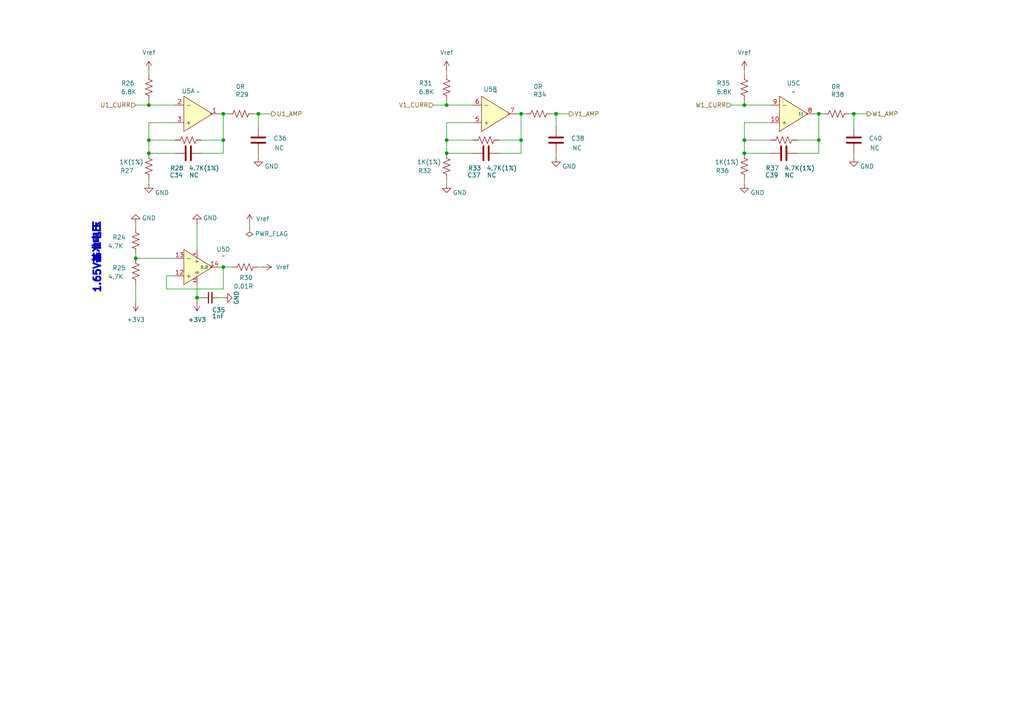
<source format=kicad_sch>
(kicad_sch (version 20250114) (generator "eeschema") (generator_version "9.0")
  (paper "A4")
  (lib_symbols
    (symbol "Device:C" (pin_numbers (hide yes)) (pin_names (offset 0.254))
      (property "Reference" "C" (at 0.635 2.54 0))
      (property "Value" "C" (at 0.635 -2.54 0))
      (symbol "C_0_1"
        (polyline (pts (xy -2.032 0.762) (xy 2.032 0.762)) (stroke (width 0.508)))
        (polyline (pts (xy -2.032 -0.762) (xy 2.032 -0.762)) (stroke (width 0.508)))
      )
      (symbol "C_1_1"
        (pin passive line (at 0 3.81 270) (length 2.794) (name "~") (number "1"))
        (pin passive line (at 0 -3.81 90) (length 2.794) (name "~") (number "2"))
      )
    )
    (symbol "Device:C_Small" (pin_numbers (hide yes)) (pin_names (offset 0.254) (hide yes))
      (property "Reference" "C" (at 0.254 1.778 0))
      (property "Value" "C_Small" (at 0.254 -2.032 0))
      (symbol "C_Small_0_1"
        (polyline (pts (xy -1.524 0.508) (xy 1.524 0.508)) (stroke (width 0.3048)))
        (polyline (pts (xy -1.524 -0.508) (xy 1.524 -0.508)) (stroke (width 0.3302)))
      )
      (symbol "C_Small_1_1"
        (pin passive line (at 0 2.54 270) (length 2.032) (name "~") (number "1"))
        (pin passive line (at 0 -2.54 90) (length 2.032) (name "~") (number "2"))
      )
    )
    (symbol "Device:R_US" (pin_numbers (hide yes)) (pin_names (offset 0))
      (property "Reference" "R" (at 2.54 0 90))
      (property "Value" "R_US" (at -2.54 0 90))
      (symbol "R_US_0_1"
        (polyline (pts (xy 0 2.286) (xy 0 2.54)))
        (polyline (pts (xy 0 2.286) (xy 1.016 1.905) (xy 0 1.524) (xy -1.016 1.143) (xy 0 0.762)))
        (polyline (pts (xy 0 0.762) (xy 1.016 0.381) (xy 0 0) (xy -1.016 -0.381) (xy 0 -0.762)))
        (polyline (pts (xy 0 -0.762) (xy 1.016 -1.143) (xy 0 -1.524) (xy -1.016 -1.905) (xy 0 -2.286)))
        (polyline (pts (xy 0 -2.286) (xy 0 -2.54)))
      )
      (symbol "R_US_1_1"
        (pin passive line (at 0 3.81 270) (length 1.27) (name "~") (number "1"))
        (pin passive line (at 0 -3.81 90) (length 1.27) (name "~") (number "2"))
      )
    )
    (symbol "User_Driver:LMV324IDT"
      (property "Reference" "U" (at -5.842 -11.176 0))
      (symbol "LMV324IDT_0_1"
        (polyline (pts (xy 0 0) (xy 8.255 -5.08) (xy 0 -10.16) (xy 0 0)) (stroke (width 0.1524)) (fill (type background)))
      )
      (symbol "LMV324IDT_1_1"
        (pin input line (at -2.54 -2.54 0) (length 2.54) (name "-") (number "2"))
        (pin input line (at -2.54 -7.62 0) (length 2.54) (name "+") (number "3"))
        (pin output line (at 10.16 -5.08 180) (length 2.54) (name "") (number "1"))
      )
      (symbol "LMV324IDT_2_1"
        (pin input line (at -2.54 -2.54 0) (length 2.54) (name "-") (number "6"))
        (pin input line (at -2.54 -7.62 0) (length 2.54) (name "+") (number "5"))
        (pin output line (at 10.16 -5.08 180) (length 2.54) (name "") (number "7"))
      )
      (symbol "LMV324IDT_3_1"
        (pin input line (at -2.54 -2.54 0) (length 2.54) (name "-") (number "9"))
        (pin input line (at -2.54 -7.62 0) (length 2.54) (name "+") (number "10"))
        (pin output line (at 10.16 -5.08 180) (length 2.54) (name "11") (number "8"))
      )
      (symbol "LMV324IDT_4_1"
        (pin input line (at -2.54 -2.54 0) (length 2.54) (name "-") (number "13"))
        (pin input line (at -2.54 -7.62 0) (length 2.54) (name "+") (number "12"))
        (pin input line (at 3.81 0 270) (length 2.54) (name "V") (number "4"))
        (pin input line (at 3.81 -10.16 90) (length 2.54) (name "G") (number "11"))
        (pin output line (at 10.16 -5.08 180) (length 2.54) (name "D_O") (number "14"))
      )
    )
    (symbol "power:+3.3V" (power) (pin_numbers (hide yes)) (pin_names (offset 0) (hide yes))
      (property "Value" "+3.3V" (at 0 3.556 0))
      (symbol "+3.3V_0_1"
        (polyline (pts (xy -0.762 1.27) (xy 0 2.54)))
        (polyline (pts (xy 0 2.54) (xy 0.762 1.27)))
        (polyline (pts (xy 0 0) (xy 0 2.54)))
      )
      (symbol "+3.3V_1_1"
        (pin power_in line (at 0 0 90) (length 0) (name "~") (number "1"))
      )
    )
    (symbol "power:GND" (power) (pin_numbers (hide yes)) (pin_names (offset 0) (hide yes))
      (property "Value" "GND" (at 0 -3.81 0))
      (symbol "GND_0_1"
        (polyline (pts (xy 0 0) (xy 0 -1.27) (xy 1.27 -1.27) (xy 0 -2.54) (xy -1.27 -1.27) (xy 0 -1.27)))
      )
      (symbol "GND_1_1"
        (pin power_in line (at 0 0 270) (length 0) (name "~") (number "1"))
      )
    )
    (symbol "power:PWR_FLAG" (power) (pin_numbers (hide yes)) (pin_names (offset 0) (hide yes))
      (property "Value" "PWR_FLAG" (at 0 3.81 0))
      (symbol "PWR_FLAG_0_0"
        (pin power_out line (at 0 0 90) (length 0) (name "~") (number "1"))
      )
      (symbol "PWR_FLAG_0_1"
        (polyline (pts (xy 0 0) (xy 0 1.27) (xy -1.016 1.905) (xy 0 2.54) (xy 1.016 1.905) (xy 0 1.27)))
      )
    )
    (symbol "power:VAA" (power) (pin_numbers (hide yes)) (pin_names (offset 0) (hide yes))
      (property "Value" "VAA" (at 0 3.556 0))
      (symbol "VAA_0_1"
        (polyline (pts (xy -0.762 1.27) (xy 0 2.54)))
        (polyline (pts (xy 0 2.54) (xy 0.762 1.27)))
        (polyline (pts (xy 0 0) (xy 0 2.54)))
      )
      (symbol "VAA_1_1"
        (pin power_in line (at 0 0 90) (length 0) (name "~") (number "1"))
      )
    )
  )
  (text "1.65V基准电压" (at 28.194 74.676 90) (effects (font (size 2.032 2.032) (thickness 1.016) (bold yes))))
  (junction (at 161.29 33.02))
  (junction (at 129.54 44.45))
  (junction (at 215.9 40.64))
  (junction (at 74.93 33.02))
  (junction (at 64.77 40.64))
  (junction (at 129.54 40.64))
  (junction (at 129.54 30.48))
  (junction (at 237.49 33.02))
  (junction (at 215.9 44.45))
  (junction (at 64.77 33.02))
  (junction (at 247.65 33.02))
  (junction (at 215.9 30.48))
  (junction (at 151.13 40.64))
  (junction (at 39.37 74.93))
  (junction (at 57.15 86.36))
  (junction (at 237.49 40.64))
  (junction (at 151.13 33.02))
  (junction (at 43.18 30.48))
  (junction (at 43.18 40.64))
  (junction (at 43.18 44.45))
  (junction (at 64.77 77.47))
  (wire (pts (xy 64.77 33.02) (xy 66.04 33.02)))
  (wire (pts (xy 50.8 35.56) (xy 43.18 35.56)))
  (wire (pts (xy 43.18 29.21) (xy 43.18 30.48)))
  (wire (pts (xy 64.77 40.64) (xy 64.77 44.45)))
  (wire (pts (xy 215.9 40.64) (xy 223.52 40.64)))
  (wire (pts (xy 74.93 33.02) (xy 74.93 36.83)))
  (wire (pts (xy 57.15 86.36) (xy 57.15 87.63)))
  (wire (pts (xy 48.26 80.01) (xy 48.26 83.82)))
  (wire (pts (xy 43.18 35.56) (xy 43.18 40.64)))
  (wire (pts (xy 64.77 77.47) (xy 67.31 77.47)))
  (wire (pts (xy 161.29 33.02) (xy 165.1 33.02)))
  (wire (pts (xy 129.54 52.07) (xy 129.54 53.34)))
  (wire (pts (xy 161.29 33.02) (xy 161.29 36.83)))
  (wire (pts (xy 212.09 30.48) (xy 215.9 30.48)))
  (wire (pts (xy 58.42 40.64) (xy 64.77 40.64)))
  (wire (pts (xy 129.54 40.64) (xy 137.16 40.64)))
  (wire (pts (xy 129.54 35.56) (xy 129.54 40.64)))
  (wire (pts (xy 57.15 86.36) (xy 58.42 86.36)))
  (wire (pts (xy 64.77 44.45) (xy 58.42 44.45)))
  (wire (pts (xy 237.49 33.02) (xy 238.76 33.02)))
  (wire (pts (xy 223.52 35.56) (xy 215.9 35.56)))
  (wire (pts (xy 43.18 52.07) (xy 43.18 53.34)))
  (wire (pts (xy 39.37 82.55) (xy 39.37 87.63)))
  (wire (pts (xy 72.39 64.77) (xy 72.39 66.04)))
  (wire (pts (xy 129.54 29.21) (xy 129.54 30.48)))
  (wire (pts (xy 231.14 40.64) (xy 237.49 40.64)))
  (wire (pts (xy 57.15 82.55) (xy 57.15 86.36)))
  (wire (pts (xy 64.77 40.64) (xy 64.77 33.02)))
  (wire (pts (xy 215.9 40.64) (xy 215.9 44.45)))
  (wire (pts (xy 247.65 33.02) (xy 251.46 33.02)))
  (wire (pts (xy 215.9 44.45) (xy 223.52 44.45)))
  (wire (pts (xy 50.8 80.01) (xy 48.26 80.01)))
  (wire (pts (xy 247.65 33.02) (xy 247.65 36.83)))
  (wire (pts (xy 39.37 64.77) (xy 39.37 66.04)))
  (wire (pts (xy 151.13 40.64) (xy 151.13 33.02)))
  (wire (pts (xy 39.37 30.48) (xy 43.18 30.48)))
  (wire (pts (xy 161.29 44.45) (xy 161.29 45.72)))
  (wire (pts (xy 237.49 40.64) (xy 237.49 44.45)))
  (wire (pts (xy 48.26 83.82) (xy 64.77 83.82)))
  (wire (pts (xy 247.65 44.45) (xy 247.65 45.72)))
  (wire (pts (xy 246.38 33.02) (xy 247.65 33.02)))
  (wire (pts (xy 43.18 44.45) (xy 50.8 44.45)))
  (wire (pts (xy 63.5 33.02) (xy 64.77 33.02)))
  (wire (pts (xy 125.73 30.48) (xy 129.54 30.48)))
  (wire (pts (xy 39.37 74.93) (xy 50.8 74.93)))
  (wire (pts (xy 57.15 64.77) (xy 57.15 72.39)))
  (wire (pts (xy 129.54 44.45) (xy 137.16 44.45)))
  (wire (pts (xy 64.77 77.47) (xy 64.77 83.82)))
  (wire (pts (xy 151.13 33.02) (xy 152.4 33.02)))
  (wire (pts (xy 151.13 40.64) (xy 151.13 44.45)))
  (wire (pts (xy 237.49 40.64) (xy 237.49 33.02)))
  (wire (pts (xy 237.49 44.45) (xy 231.14 44.45)))
  (wire (pts (xy 43.18 40.64) (xy 50.8 40.64)))
  (wire (pts (xy 73.66 33.02) (xy 74.93 33.02)))
  (wire (pts (xy 74.93 77.47) (xy 76.2 77.47)))
  (wire (pts (xy 137.16 35.56) (xy 129.54 35.56)))
  (wire (pts (xy 151.13 44.45) (xy 144.78 44.45)))
  (wire (pts (xy 149.86 33.02) (xy 151.13 33.02)))
  (wire (pts (xy 215.9 30.48) (xy 223.52 30.48)))
  (wire (pts (xy 63.5 86.36) (xy 64.77 86.36)))
  (wire (pts (xy 215.9 20.32) (xy 215.9 21.59)))
  (wire (pts (xy 74.93 33.02) (xy 78.74 33.02)))
  (wire (pts (xy 215.9 35.56) (xy 215.9 40.64)))
  (wire (pts (xy 39.37 73.66) (xy 39.37 74.93)))
  (wire (pts (xy 160.02 33.02) (xy 161.29 33.02)))
  (wire (pts (xy 129.54 20.32) (xy 129.54 21.59)))
  (wire (pts (xy 215.9 29.21) (xy 215.9 30.48)))
  (wire (pts (xy 74.93 44.45) (xy 74.93 45.72)))
  (wire (pts (xy 236.22 33.02) (xy 237.49 33.02)))
  (wire (pts (xy 43.18 30.48) (xy 50.8 30.48)))
  (wire (pts (xy 43.18 40.64) (xy 43.18 44.45)))
  (wire (pts (xy 63.5 77.47) (xy 64.77 77.47)))
  (wire (pts (xy 43.18 20.32) (xy 43.18 21.59)))
  (wire (pts (xy 144.78 40.64) (xy 151.13 40.64)))
  (wire (pts (xy 129.54 40.64) (xy 129.54 44.45)))
  (wire (pts (xy 215.9 52.07) (xy 215.9 53.34)))
  (wire (pts (xy 129.54 30.48) (xy 137.16 30.48)))
  (hierarchical_label "U1_AMP" (shape output) (at 78.74 33.02 0))
  (hierarchical_label "W1_AMP" (shape output) (at 251.46 33.02 0))
  (hierarchical_label "W1_CURR" (shape input) (at 212.09 30.48 180))
  (hierarchical_label "U1_CURR" (shape input) (at 39.37 30.48 180))
  (hierarchical_label "V1_CURR" (shape input) (at 125.73 30.48 180))
  (hierarchical_label "V1_AMP" (shape output) (at 165.1 33.02 0))
  (symbol (lib_id "Device:R_US") (at 39.37 69.85 180) (unit 1)
    (property "Reference" "R24" (at 34.544 68.834 0))
    (property "Value" "4.7K" (at 33.528 71.374 0))
    (property "Footprint" "Resistor_SMD:R_0603_1608Metric" (effects (hide yes)))
  )
  (symbol (lib_id "power:GND") (at 129.54 53.34 0) (unit 1)
    (property "Reference" "#PWR061" (effects (hide yes)))
    (property "Value" "GND" (at 133.35 55.88 0))
  )
  (symbol (lib_id "Device:R_US") (at 43.18 25.4 0) (unit 1)
    (property "Reference" "R26" (at 37.084 24.13 0))
    (property "Value" "6.8K" (at 37.338 26.67 0))
    (property "Footprint" "Resistor_SMD:R_0603_1608Metric" (effects (hide yes)))
  )
  (symbol (lib_id "User_Driver:LMV324IDT") (at 139.7 27.94 0) (unit 2)
    (property "Reference" "U5" (at 142.24 25.908 0))
    (property "Value" "~" (at 143.8275 26.67 0))
    (property "Footprint" "Package_SO:SSOP-14_5.3x6.2mm_P0.65mm" (effects (hide yes)))
  )
  (symbol (lib_id "Device:C_Small") (at 60.96 86.36 90) (mirror x) (unit 1)
    (property "Reference" "C35" (at 61.468 89.916 90) (effects (justify right)))
    (property "Value" "1nF" (at 61.468 91.694 90) (effects (justify right)))
    (property "Footprint" "Capacitor_SMD:C_0603_1608Metric" (effects (hide yes)))
  )
  (symbol (lib_id "User_Driver:LMV324IDT") (at 53.34 27.94 0) (unit 1)
    (property "Reference" "U5" (at 54.61 26.416 0))
    (property "Value" "~" (at 57.4675 26.67 0))
    (property "Footprint" "Package_SO:SSOP-14_5.3x6.2mm_P0.65mm" (effects (hide yes)))
  )
  (symbol (lib_id "power:VAA") (at 129.54 20.32 0) (unit 1)
    (property "Reference" "#PWR060" (effects (hide yes)))
    (property "Value" "Vref" (at 129.54 15.24 0))
    (property "Description" "Power symbol creates a global label with name \"VAA\"" (effects (hide yes)))
  )
  (symbol (lib_id "Device:R_US") (at 43.18 48.26 180) (unit 1)
    (property "Reference" "R27" (at 36.83 49.53 0))
    (property "Value" "1K(1%)" (at 38.1 46.99 0))
    (property "Footprint" "Resistor_SMD:R_0603_1608Metric" (effects (hide yes)))
  )
  (symbol (lib_id "Device:R_US") (at 129.54 48.26 180) (unit 1)
    (property "Reference" "R32" (at 123.19 49.53 0))
    (property "Value" "1K(1%)" (at 124.46 46.99 0))
    (property "Footprint" "Resistor_SMD:R_0603_1608Metric" (effects (hide yes)))
  )
  (symbol (lib_id "power:GND") (at 39.37 64.77 180) (unit 1)
    (property "Reference" "#PWR050" (effects (hide yes)))
    (property "Value" "GND" (at 43.18 63.246 0))
    (property "Description" "Power symbol creates a global label with name \"GND\" , ground" (effects (hide yes)))
  )
  (symbol (lib_id "Device:C") (at 54.61 44.45 90) (unit 1)
    (property "Reference" "C34" (at 53.086 50.8 90) (effects (justify left)))
    (property "Value" "NC" (at 57.658 50.8 90) (effects (justify left)))
    (property "Footprint" "Capacitor_SMD:C_0603_1608Metric" (effects (hide yes)))
  )
  (symbol (lib_id "Device:C") (at 140.97 44.45 90) (unit 1)
    (property "Reference" "C37" (at 139.446 50.8 90) (effects (justify left)))
    (property "Value" "NC" (at 144.018 50.8 90) (effects (justify left)))
    (property "Footprint" "Capacitor_SMD:C_0603_1608Metric" (effects (hide yes)))
  )
  (symbol (lib_id "power:GND") (at 64.77 86.36 90) (unit 1)
    (property "Reference" "#PWR056" (effects (hide yes)))
    (property "Value" "GND" (at 68.58 84.328 0) (effects (justify right)))
    (property "Description" "Power symbol creates a global label with name \"GND\" , ground" (effects (hide yes)))
  )
  (symbol (lib_id "Device:C") (at 74.93 40.64 180) (unit 1)
    (property "Reference" "C36" (at 83.185 40.132 0) (effects (justify left)))
    (property "Value" "NC" (at 82.423 42.926 0) (effects (justify left)))
    (property "Footprint" "Capacitor_SMD:C_0603_1608Metric" (effects (hide yes)))
  )
  (symbol (lib_id "power:GND") (at 43.18 53.34 0) (unit 1)
    (property "Reference" "#PWR053" (effects (hide yes)))
    (property "Value" "GND" (at 46.99 55.88 0))
  )
  (symbol (lib_id "User_Driver:LMV324IDT") (at 226.06 27.94 0) (unit 3)
    (property "Reference" "U5" (at 230.1875 24.13 0))
    (property "Value" "~" (at 230.1875 26.67 0))
    (property "Footprint" "Package_SO:SSOP-14_5.3x6.2mm_P0.65mm" (effects (hide yes)))
  )
  (symbol (lib_id "power:VAA") (at 215.9 20.32 0) (unit 1)
    (property "Reference" "#PWR063" (effects (hide yes)))
    (property "Value" "Vref" (at 215.9 15.24 0))
    (property "Description" "Power symbol creates a global label with name \"VAA\"" (effects (hide yes)))
  )
  (symbol (lib_id "Device:R_US") (at 156.21 33.02 90) (unit 1)
    (property "Reference" "R34" (at 156.591 27.432 90))
    (property "Value" "0R" (at 156.083 25.146 90))
    (property "Footprint" "Resistor_SMD:R_0603_1608Metric" (effects (hide yes)))
  )
  (symbol (lib_id "power:GND") (at 215.9 53.34 0) (unit 1)
    (property "Reference" "#PWR064" (effects (hide yes)))
    (property "Value" "GND" (at 219.71 55.88 0))
  )
  (symbol (lib_id "Device:C") (at 161.29 40.64 180) (unit 1)
    (property "Reference" "C38" (at 169.545 40.132 0) (effects (justify left)))
    (property "Value" "NC" (at 168.783 42.926 0) (effects (justify left)))
    (property "Footprint" "Capacitor_SMD:C_0603_1608Metric" (effects (hide yes)))
  )
  (symbol (lib_id "Device:R_US") (at 215.9 48.26 180) (unit 1)
    (property "Reference" "R36" (at 209.55 49.53 0))
    (property "Value" "1K(1%)" (at 210.82 46.99 0))
    (property "Footprint" "Resistor_SMD:R_0603_1608Metric" (effects (hide yes)))
  )
  (symbol (lib_id "User_Driver:LMV324IDT") (at 53.34 72.39 0) (unit 4)
    (property "Reference" "U5" (at 64.77 72.3198 0))
    (property "Value" "~" (at 64.77 74.2249 0))
    (property "Footprint" "Package_SO:SSOP-14_5.3x6.2mm_P0.65mm" (effects (hide yes)))
  )
  (symbol (lib_id "power:+3.3V") (at 57.15 87.63 0) (mirror x) (unit 1)
    (property "Reference" "#PWR055" (effects (hide yes)))
    (property "Value" "+3V3" (at 57.15 92.71 0))
    (property "Description" "Power symbol creates a global label with name \"+3.3V\"" (effects (hide yes)))
  )
  (symbol (lib_id "Device:C") (at 227.33 44.45 90) (unit 1)
    (property "Reference" "C39" (at 225.806 50.8 90) (effects (justify left)))
    (property "Value" "NC" (at 230.378 50.8 90) (effects (justify left)))
    (property "Footprint" "Capacitor_SMD:C_0603_1608Metric" (effects (hide yes)))
  )
  (symbol (lib_id "power:GND") (at 74.93 45.72 0) (unit 1)
    (property "Reference" "#PWR058" (effects (hide yes)))
    (property "Value" "GND" (at 78.74 48.26 0))
  )
  (symbol (lib_id "Device:R_US") (at 129.54 25.4 0) (unit 1)
    (property "Reference" "R31" (at 123.444 24.13 0))
    (property "Value" "6.8K" (at 123.698 26.67 0))
    (property "Footprint" "Resistor_SMD:R_0603_1608Metric" (effects (hide yes)))
  )
  (symbol (lib_id "power:VAA") (at 43.18 20.32 0) (unit 1)
    (property "Reference" "#PWR052" (effects (hide yes)))
    (property "Value" "Vref" (at 43.18 15.24 0))
    (property "Description" "Power symbol creates a global label with name \"VAA\"" (effects (hide yes)))
  )
  (symbol (lib_id "Device:R_US") (at 215.9 25.4 0) (unit 1)
    (property "Reference" "R35" (at 209.804 24.13 0))
    (property "Value" "6.8K" (at 210.058 26.67 0))
    (property "Footprint" "Resistor_SMD:R_0603_1608Metric" (effects (hide yes)))
  )
  (symbol (lib_id "power:GND") (at 161.29 45.72 0) (unit 1)
    (property "Reference" "#PWR062" (effects (hide yes)))
    (property "Value" "GND" (at 165.1 48.26 0))
  )
  (symbol (lib_id "Device:C") (at 247.65 40.64 180) (unit 1)
    (property "Reference" "C40" (at 255.905 40.132 0) (effects (justify left)))
    (property "Value" "NC" (at 255.143 42.926 0) (effects (justify left)))
    (property "Footprint" "Capacitor_SMD:C_0603_1608Metric" (effects (hide yes)))
  )
  (symbol (lib_id "Device:R_US") (at 39.37 78.74 180) (unit 1)
    (property "Reference" "R25" (at 34.544 77.724 0))
    (property "Value" "4.7K" (at 33.528 80.264 0))
    (property "Footprint" "Resistor_SMD:R_0603_1608Metric" (effects (hide yes)))
  )
  (symbol (lib_id "power:+3.3V") (at 39.37 87.63 0) (mirror x) (unit 1)
    (property "Reference" "#PWR051" (effects (hide yes)))
    (property "Value" "+3V3" (at 39.37 92.71 0))
    (property "Description" "Power symbol creates a global label with name \"+3.3V\"" (effects (hide yes)))
  )
  (symbol (lib_id "power:VAA") (at 72.39 64.77 0) (unit 1)
    (property "Reference" "#PWR057" (effects (hide yes)))
    (property "Value" "Vref" (at 76.2 63.5 0))
    (property "Description" "Power symbol creates a global label with name \"VAA\"" (effects (hide yes)))
  )
  (symbol (lib_id "Device:R_US") (at 140.97 40.64 90) (unit 1)
    (property "Reference" "R33" (at 137.668 48.768 90))
    (property "Value" "4.7K(1%)" (at 145.542 48.768 90))
    (property "Footprint" "Resistor_SMD:R_0603_1608Metric" (effects (hide yes)))
  )
  (symbol (lib_id "power:GND") (at 57.15 64.77 180) (unit 1)
    (property "Reference" "#PWR054" (effects (hide yes)))
    (property "Value" "GND" (at 60.96 63.246 0))
    (property "Description" "Power symbol creates a global label with name \"GND\" , ground" (effects (hide yes)))
  )
  (symbol (lib_id "Device:R_US") (at 227.33 40.64 90) (unit 1)
    (property "Reference" "R37" (at 224.028 48.768 90))
    (property "Value" "4.7K(1%)" (at 231.902 48.768 90))
    (property "Footprint" "Resistor_SMD:R_0603_1608Metric" (effects (hide yes)))
  )
  (symbol (lib_id "Device:R_US") (at 242.57 33.02 90) (unit 1)
    (property "Reference" "R38" (at 242.951 27.432 90))
    (property "Value" "0R" (at 242.443 25.146 90))
    (property "Footprint" "Resistor_SMD:R_0603_1608Metric" (effects (hide yes)))
  )
  (symbol (lib_id "Device:R_US") (at 54.61 40.64 90) (unit 1)
    (property "Reference" "R28" (at 51.308 48.768 90))
    (property "Value" "4.7K(1%)" (at 59.182 48.768 90))
    (property "Footprint" "Resistor_SMD:R_0603_1608Metric" (effects (hide yes)))
  )
  (symbol (lib_id "power:PWR_FLAG") (at 72.39 66.04 180) (unit 1)
    (property "Reference" "#FLG06" (effects (hide yes)))
    (property "Value" "PWR_FLAG" (at 78.74 67.818 0))
    (property "Description" "Special symbol for telling ERC where power comes from" (effects (hide yes)))
  )
  (symbol (lib_id "power:VAA") (at 76.2 77.47 270) (unit 1)
    (property "Reference" "#PWR059" (effects (hide yes)))
    (property "Value" "Vref" (at 80.01 77.4699 90) (effects (justify left)))
    (property "Description" "Power symbol creates a global label with name \"VAA\"" (effects (hide yes)))
  )
  (symbol (lib_id "power:GND") (at 247.65 45.72 0) (unit 1)
    (property "Reference" "#PWR065" (effects (hide yes)))
    (property "Value" "GND" (at 251.46 48.26 0))
  )
  (symbol (lib_id "Device:R_US") (at 71.12 77.47 270) (unit 1)
    (property "Reference" "R30" (at 71.374 80.518 90))
    (property "Value" "0.01R" (at 70.612 83.058 90))
    (property "Footprint" "Resistor_SMD:R_0603_1608Metric_Pad0.98x0.95mm_HandSolder" (effects (hide yes)))
  )
  (symbol (lib_id "Device:R_US") (at 69.85 33.02 90) (unit 1)
    (property "Reference" "R29" (at 70.231 27.432 90))
    (property "Value" "0R" (at 69.723 25.146 90))
    (property "Footprint" "Resistor_SMD:R_0603_1608Metric" (effects (hide yes)))
  )
)
</source>
